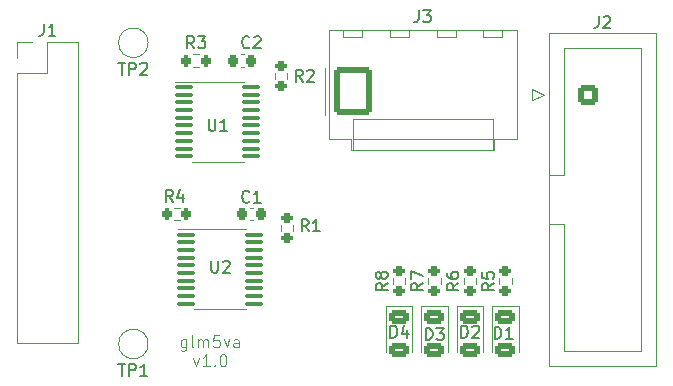
<source format=gto>
G04 #@! TF.GenerationSoftware,KiCad,Pcbnew,8.0.8-8.0.8-0~ubuntu22.04.1*
G04 #@! TF.CreationDate,2025-01-23T22:17:41+01:00*
G04 #@! TF.ProjectId,glm5va,676c6d35-7661-42e6-9b69-6361645f7063,v1.0*
G04 #@! TF.SameCoordinates,Original*
G04 #@! TF.FileFunction,Legend,Top*
G04 #@! TF.FilePolarity,Positive*
%FSLAX46Y46*%
G04 Gerber Fmt 4.6, Leading zero omitted, Abs format (unit mm)*
G04 Created by KiCad (PCBNEW 8.0.8-8.0.8-0~ubuntu22.04.1) date 2025-01-23 22:17:41*
%MOMM*%
%LPD*%
G01*
G04 APERTURE LIST*
G04 Aperture macros list*
%AMRoundRect*
0 Rectangle with rounded corners*
0 $1 Rounding radius*
0 $2 $3 $4 $5 $6 $7 $8 $9 X,Y pos of 4 corners*
0 Add a 4 corners polygon primitive as box body*
4,1,4,$2,$3,$4,$5,$6,$7,$8,$9,$2,$3,0*
0 Add four circle primitives for the rounded corners*
1,1,$1+$1,$2,$3*
1,1,$1+$1,$4,$5*
1,1,$1+$1,$6,$7*
1,1,$1+$1,$8,$9*
0 Add four rect primitives between the rounded corners*
20,1,$1+$1,$2,$3,$4,$5,0*
20,1,$1+$1,$4,$5,$6,$7,0*
20,1,$1+$1,$6,$7,$8,$9,0*
20,1,$1+$1,$8,$9,$2,$3,0*%
G04 Aperture macros list end*
%ADD10C,0.100000*%
%ADD11C,0.150000*%
%ADD12C,0.120000*%
%ADD13RoundRect,0.250000X-0.600000X-0.600000X0.600000X-0.600000X0.600000X0.600000X-0.600000X0.600000X0*%
%ADD14C,1.700000*%
%ADD15R,1.700000X1.700000*%
%ADD16O,1.700000X1.700000*%
%ADD17RoundRect,0.225000X-0.225000X-0.250000X0.225000X-0.250000X0.225000X0.250000X-0.225000X0.250000X0*%
%ADD18RoundRect,0.200000X0.200000X0.275000X-0.200000X0.275000X-0.200000X-0.275000X0.200000X-0.275000X0*%
%ADD19RoundRect,0.250000X-0.625000X0.375000X-0.625000X-0.375000X0.625000X-0.375000X0.625000X0.375000X0*%
%ADD20RoundRect,0.200000X0.275000X-0.200000X0.275000X0.200000X-0.275000X0.200000X-0.275000X-0.200000X0*%
%ADD21C,2.000000*%
%ADD22RoundRect,0.100000X-0.637500X-0.100000X0.637500X-0.100000X0.637500X0.100000X-0.637500X0.100000X0*%
%ADD23RoundRect,0.250000X-1.330000X-1.800000X1.330000X-1.800000X1.330000X1.800000X-1.330000X1.800000X0*%
%ADD24O,3.160000X4.100000*%
G04 APERTURE END LIST*
D10*
X132976190Y-97595808D02*
X132976190Y-98405332D01*
X132976190Y-98405332D02*
X132928571Y-98500570D01*
X132928571Y-98500570D02*
X132880952Y-98548189D01*
X132880952Y-98548189D02*
X132785714Y-98595808D01*
X132785714Y-98595808D02*
X132642857Y-98595808D01*
X132642857Y-98595808D02*
X132547619Y-98548189D01*
X132976190Y-98214856D02*
X132880952Y-98262475D01*
X132880952Y-98262475D02*
X132690476Y-98262475D01*
X132690476Y-98262475D02*
X132595238Y-98214856D01*
X132595238Y-98214856D02*
X132547619Y-98167236D01*
X132547619Y-98167236D02*
X132500000Y-98071998D01*
X132500000Y-98071998D02*
X132500000Y-97786284D01*
X132500000Y-97786284D02*
X132547619Y-97691046D01*
X132547619Y-97691046D02*
X132595238Y-97643427D01*
X132595238Y-97643427D02*
X132690476Y-97595808D01*
X132690476Y-97595808D02*
X132880952Y-97595808D01*
X132880952Y-97595808D02*
X132976190Y-97643427D01*
X133595238Y-98262475D02*
X133500000Y-98214856D01*
X133500000Y-98214856D02*
X133452381Y-98119617D01*
X133452381Y-98119617D02*
X133452381Y-97262475D01*
X133976191Y-98262475D02*
X133976191Y-97595808D01*
X133976191Y-97691046D02*
X134023810Y-97643427D01*
X134023810Y-97643427D02*
X134119048Y-97595808D01*
X134119048Y-97595808D02*
X134261905Y-97595808D01*
X134261905Y-97595808D02*
X134357143Y-97643427D01*
X134357143Y-97643427D02*
X134404762Y-97738665D01*
X134404762Y-97738665D02*
X134404762Y-98262475D01*
X134404762Y-97738665D02*
X134452381Y-97643427D01*
X134452381Y-97643427D02*
X134547619Y-97595808D01*
X134547619Y-97595808D02*
X134690476Y-97595808D01*
X134690476Y-97595808D02*
X134785715Y-97643427D01*
X134785715Y-97643427D02*
X134833334Y-97738665D01*
X134833334Y-97738665D02*
X134833334Y-98262475D01*
X135785714Y-97262475D02*
X135309524Y-97262475D01*
X135309524Y-97262475D02*
X135261905Y-97738665D01*
X135261905Y-97738665D02*
X135309524Y-97691046D01*
X135309524Y-97691046D02*
X135404762Y-97643427D01*
X135404762Y-97643427D02*
X135642857Y-97643427D01*
X135642857Y-97643427D02*
X135738095Y-97691046D01*
X135738095Y-97691046D02*
X135785714Y-97738665D01*
X135785714Y-97738665D02*
X135833333Y-97833903D01*
X135833333Y-97833903D02*
X135833333Y-98071998D01*
X135833333Y-98071998D02*
X135785714Y-98167236D01*
X135785714Y-98167236D02*
X135738095Y-98214856D01*
X135738095Y-98214856D02*
X135642857Y-98262475D01*
X135642857Y-98262475D02*
X135404762Y-98262475D01*
X135404762Y-98262475D02*
X135309524Y-98214856D01*
X135309524Y-98214856D02*
X135261905Y-98167236D01*
X136166667Y-97595808D02*
X136404762Y-98262475D01*
X136404762Y-98262475D02*
X136642857Y-97595808D01*
X137452381Y-98262475D02*
X137452381Y-97738665D01*
X137452381Y-97738665D02*
X137404762Y-97643427D01*
X137404762Y-97643427D02*
X137309524Y-97595808D01*
X137309524Y-97595808D02*
X137119048Y-97595808D01*
X137119048Y-97595808D02*
X137023810Y-97643427D01*
X137452381Y-98214856D02*
X137357143Y-98262475D01*
X137357143Y-98262475D02*
X137119048Y-98262475D01*
X137119048Y-98262475D02*
X137023810Y-98214856D01*
X137023810Y-98214856D02*
X136976191Y-98119617D01*
X136976191Y-98119617D02*
X136976191Y-98024379D01*
X136976191Y-98024379D02*
X137023810Y-97929141D01*
X137023810Y-97929141D02*
X137119048Y-97881522D01*
X137119048Y-97881522D02*
X137357143Y-97881522D01*
X137357143Y-97881522D02*
X137452381Y-97833903D01*
X133571429Y-99205752D02*
X133809524Y-99872419D01*
X133809524Y-99872419D02*
X134047619Y-99205752D01*
X134952381Y-99872419D02*
X134380953Y-99872419D01*
X134666667Y-99872419D02*
X134666667Y-98872419D01*
X134666667Y-98872419D02*
X134571429Y-99015276D01*
X134571429Y-99015276D02*
X134476191Y-99110514D01*
X134476191Y-99110514D02*
X134380953Y-99158133D01*
X135380953Y-99777180D02*
X135428572Y-99824800D01*
X135428572Y-99824800D02*
X135380953Y-99872419D01*
X135380953Y-99872419D02*
X135333334Y-99824800D01*
X135333334Y-99824800D02*
X135380953Y-99777180D01*
X135380953Y-99777180D02*
X135380953Y-99872419D01*
X136047619Y-98872419D02*
X136142857Y-98872419D01*
X136142857Y-98872419D02*
X136238095Y-98920038D01*
X136238095Y-98920038D02*
X136285714Y-98967657D01*
X136285714Y-98967657D02*
X136333333Y-99062895D01*
X136333333Y-99062895D02*
X136380952Y-99253371D01*
X136380952Y-99253371D02*
X136380952Y-99491466D01*
X136380952Y-99491466D02*
X136333333Y-99681942D01*
X136333333Y-99681942D02*
X136285714Y-99777180D01*
X136285714Y-99777180D02*
X136238095Y-99824800D01*
X136238095Y-99824800D02*
X136142857Y-99872419D01*
X136142857Y-99872419D02*
X136047619Y-99872419D01*
X136047619Y-99872419D02*
X135952381Y-99824800D01*
X135952381Y-99824800D02*
X135904762Y-99777180D01*
X135904762Y-99777180D02*
X135857143Y-99681942D01*
X135857143Y-99681942D02*
X135809524Y-99491466D01*
X135809524Y-99491466D02*
X135809524Y-99253371D01*
X135809524Y-99253371D02*
X135857143Y-99062895D01*
X135857143Y-99062895D02*
X135904762Y-98967657D01*
X135904762Y-98967657D02*
X135952381Y-98920038D01*
X135952381Y-98920038D02*
X136047619Y-98872419D01*
D11*
X167896666Y-70234819D02*
X167896666Y-70949104D01*
X167896666Y-70949104D02*
X167849047Y-71091961D01*
X167849047Y-71091961D02*
X167753809Y-71187200D01*
X167753809Y-71187200D02*
X167610952Y-71234819D01*
X167610952Y-71234819D02*
X167515714Y-71234819D01*
X168325238Y-70330057D02*
X168372857Y-70282438D01*
X168372857Y-70282438D02*
X168468095Y-70234819D01*
X168468095Y-70234819D02*
X168706190Y-70234819D01*
X168706190Y-70234819D02*
X168801428Y-70282438D01*
X168801428Y-70282438D02*
X168849047Y-70330057D01*
X168849047Y-70330057D02*
X168896666Y-70425295D01*
X168896666Y-70425295D02*
X168896666Y-70520533D01*
X168896666Y-70520533D02*
X168849047Y-70663390D01*
X168849047Y-70663390D02*
X168277619Y-71234819D01*
X168277619Y-71234819D02*
X168896666Y-71234819D01*
X120896666Y-70884819D02*
X120896666Y-71599104D01*
X120896666Y-71599104D02*
X120849047Y-71741961D01*
X120849047Y-71741961D02*
X120753809Y-71837200D01*
X120753809Y-71837200D02*
X120610952Y-71884819D01*
X120610952Y-71884819D02*
X120515714Y-71884819D01*
X121896666Y-71884819D02*
X121325238Y-71884819D01*
X121610952Y-71884819D02*
X121610952Y-70884819D01*
X121610952Y-70884819D02*
X121515714Y-71027676D01*
X121515714Y-71027676D02*
X121420476Y-71122914D01*
X121420476Y-71122914D02*
X121325238Y-71170533D01*
X138333333Y-85929580D02*
X138285714Y-85977200D01*
X138285714Y-85977200D02*
X138142857Y-86024819D01*
X138142857Y-86024819D02*
X138047619Y-86024819D01*
X138047619Y-86024819D02*
X137904762Y-85977200D01*
X137904762Y-85977200D02*
X137809524Y-85881961D01*
X137809524Y-85881961D02*
X137761905Y-85786723D01*
X137761905Y-85786723D02*
X137714286Y-85596247D01*
X137714286Y-85596247D02*
X137714286Y-85453390D01*
X137714286Y-85453390D02*
X137761905Y-85262914D01*
X137761905Y-85262914D02*
X137809524Y-85167676D01*
X137809524Y-85167676D02*
X137904762Y-85072438D01*
X137904762Y-85072438D02*
X138047619Y-85024819D01*
X138047619Y-85024819D02*
X138142857Y-85024819D01*
X138142857Y-85024819D02*
X138285714Y-85072438D01*
X138285714Y-85072438D02*
X138333333Y-85120057D01*
X139285714Y-86024819D02*
X138714286Y-86024819D01*
X139000000Y-86024819D02*
X139000000Y-85024819D01*
X139000000Y-85024819D02*
X138904762Y-85167676D01*
X138904762Y-85167676D02*
X138809524Y-85262914D01*
X138809524Y-85262914D02*
X138714286Y-85310533D01*
X133658333Y-72954819D02*
X133325000Y-72478628D01*
X133086905Y-72954819D02*
X133086905Y-71954819D01*
X133086905Y-71954819D02*
X133467857Y-71954819D01*
X133467857Y-71954819D02*
X133563095Y-72002438D01*
X133563095Y-72002438D02*
X133610714Y-72050057D01*
X133610714Y-72050057D02*
X133658333Y-72145295D01*
X133658333Y-72145295D02*
X133658333Y-72288152D01*
X133658333Y-72288152D02*
X133610714Y-72383390D01*
X133610714Y-72383390D02*
X133563095Y-72431009D01*
X133563095Y-72431009D02*
X133467857Y-72478628D01*
X133467857Y-72478628D02*
X133086905Y-72478628D01*
X133991667Y-71954819D02*
X134610714Y-71954819D01*
X134610714Y-71954819D02*
X134277381Y-72335771D01*
X134277381Y-72335771D02*
X134420238Y-72335771D01*
X134420238Y-72335771D02*
X134515476Y-72383390D01*
X134515476Y-72383390D02*
X134563095Y-72431009D01*
X134563095Y-72431009D02*
X134610714Y-72526247D01*
X134610714Y-72526247D02*
X134610714Y-72764342D01*
X134610714Y-72764342D02*
X134563095Y-72859580D01*
X134563095Y-72859580D02*
X134515476Y-72907200D01*
X134515476Y-72907200D02*
X134420238Y-72954819D01*
X134420238Y-72954819D02*
X134134524Y-72954819D01*
X134134524Y-72954819D02*
X134039286Y-72907200D01*
X134039286Y-72907200D02*
X133991667Y-72859580D01*
X156261905Y-97454819D02*
X156261905Y-96454819D01*
X156261905Y-96454819D02*
X156500000Y-96454819D01*
X156500000Y-96454819D02*
X156642857Y-96502438D01*
X156642857Y-96502438D02*
X156738095Y-96597676D01*
X156738095Y-96597676D02*
X156785714Y-96692914D01*
X156785714Y-96692914D02*
X156833333Y-96883390D01*
X156833333Y-96883390D02*
X156833333Y-97026247D01*
X156833333Y-97026247D02*
X156785714Y-97216723D01*
X156785714Y-97216723D02*
X156738095Y-97311961D01*
X156738095Y-97311961D02*
X156642857Y-97407200D01*
X156642857Y-97407200D02*
X156500000Y-97454819D01*
X156500000Y-97454819D02*
X156261905Y-97454819D01*
X157214286Y-96550057D02*
X157261905Y-96502438D01*
X157261905Y-96502438D02*
X157357143Y-96454819D01*
X157357143Y-96454819D02*
X157595238Y-96454819D01*
X157595238Y-96454819D02*
X157690476Y-96502438D01*
X157690476Y-96502438D02*
X157738095Y-96550057D01*
X157738095Y-96550057D02*
X157785714Y-96645295D01*
X157785714Y-96645295D02*
X157785714Y-96740533D01*
X157785714Y-96740533D02*
X157738095Y-96883390D01*
X157738095Y-96883390D02*
X157166667Y-97454819D01*
X157166667Y-97454819D02*
X157785714Y-97454819D01*
X150261905Y-97454819D02*
X150261905Y-96454819D01*
X150261905Y-96454819D02*
X150500000Y-96454819D01*
X150500000Y-96454819D02*
X150642857Y-96502438D01*
X150642857Y-96502438D02*
X150738095Y-96597676D01*
X150738095Y-96597676D02*
X150785714Y-96692914D01*
X150785714Y-96692914D02*
X150833333Y-96883390D01*
X150833333Y-96883390D02*
X150833333Y-97026247D01*
X150833333Y-97026247D02*
X150785714Y-97216723D01*
X150785714Y-97216723D02*
X150738095Y-97311961D01*
X150738095Y-97311961D02*
X150642857Y-97407200D01*
X150642857Y-97407200D02*
X150500000Y-97454819D01*
X150500000Y-97454819D02*
X150261905Y-97454819D01*
X151690476Y-96788152D02*
X151690476Y-97454819D01*
X151452381Y-96407200D02*
X151214286Y-97121485D01*
X151214286Y-97121485D02*
X151833333Y-97121485D01*
X131833333Y-85954819D02*
X131500000Y-85478628D01*
X131261905Y-85954819D02*
X131261905Y-84954819D01*
X131261905Y-84954819D02*
X131642857Y-84954819D01*
X131642857Y-84954819D02*
X131738095Y-85002438D01*
X131738095Y-85002438D02*
X131785714Y-85050057D01*
X131785714Y-85050057D02*
X131833333Y-85145295D01*
X131833333Y-85145295D02*
X131833333Y-85288152D01*
X131833333Y-85288152D02*
X131785714Y-85383390D01*
X131785714Y-85383390D02*
X131738095Y-85431009D01*
X131738095Y-85431009D02*
X131642857Y-85478628D01*
X131642857Y-85478628D02*
X131261905Y-85478628D01*
X132690476Y-85288152D02*
X132690476Y-85954819D01*
X132452381Y-84907200D02*
X132214286Y-85621485D01*
X132214286Y-85621485D02*
X132833333Y-85621485D01*
X143333333Y-88454819D02*
X143000000Y-87978628D01*
X142761905Y-88454819D02*
X142761905Y-87454819D01*
X142761905Y-87454819D02*
X143142857Y-87454819D01*
X143142857Y-87454819D02*
X143238095Y-87502438D01*
X143238095Y-87502438D02*
X143285714Y-87550057D01*
X143285714Y-87550057D02*
X143333333Y-87645295D01*
X143333333Y-87645295D02*
X143333333Y-87788152D01*
X143333333Y-87788152D02*
X143285714Y-87883390D01*
X143285714Y-87883390D02*
X143238095Y-87931009D01*
X143238095Y-87931009D02*
X143142857Y-87978628D01*
X143142857Y-87978628D02*
X142761905Y-87978628D01*
X144285714Y-88454819D02*
X143714286Y-88454819D01*
X144000000Y-88454819D02*
X144000000Y-87454819D01*
X144000000Y-87454819D02*
X143904762Y-87597676D01*
X143904762Y-87597676D02*
X143809524Y-87692914D01*
X143809524Y-87692914D02*
X143714286Y-87740533D01*
X153024819Y-92841666D02*
X152548628Y-93174999D01*
X153024819Y-93413094D02*
X152024819Y-93413094D01*
X152024819Y-93413094D02*
X152024819Y-93032142D01*
X152024819Y-93032142D02*
X152072438Y-92936904D01*
X152072438Y-92936904D02*
X152120057Y-92889285D01*
X152120057Y-92889285D02*
X152215295Y-92841666D01*
X152215295Y-92841666D02*
X152358152Y-92841666D01*
X152358152Y-92841666D02*
X152453390Y-92889285D01*
X152453390Y-92889285D02*
X152501009Y-92936904D01*
X152501009Y-92936904D02*
X152548628Y-93032142D01*
X152548628Y-93032142D02*
X152548628Y-93413094D01*
X152024819Y-92508332D02*
X152024819Y-91841666D01*
X152024819Y-91841666D02*
X153024819Y-92270237D01*
X127238095Y-74204819D02*
X127809523Y-74204819D01*
X127523809Y-75204819D02*
X127523809Y-74204819D01*
X128142857Y-75204819D02*
X128142857Y-74204819D01*
X128142857Y-74204819D02*
X128523809Y-74204819D01*
X128523809Y-74204819D02*
X128619047Y-74252438D01*
X128619047Y-74252438D02*
X128666666Y-74300057D01*
X128666666Y-74300057D02*
X128714285Y-74395295D01*
X128714285Y-74395295D02*
X128714285Y-74538152D01*
X128714285Y-74538152D02*
X128666666Y-74633390D01*
X128666666Y-74633390D02*
X128619047Y-74681009D01*
X128619047Y-74681009D02*
X128523809Y-74728628D01*
X128523809Y-74728628D02*
X128142857Y-74728628D01*
X129095238Y-74300057D02*
X129142857Y-74252438D01*
X129142857Y-74252438D02*
X129238095Y-74204819D01*
X129238095Y-74204819D02*
X129476190Y-74204819D01*
X129476190Y-74204819D02*
X129571428Y-74252438D01*
X129571428Y-74252438D02*
X129619047Y-74300057D01*
X129619047Y-74300057D02*
X129666666Y-74395295D01*
X129666666Y-74395295D02*
X129666666Y-74490533D01*
X129666666Y-74490533D02*
X129619047Y-74633390D01*
X129619047Y-74633390D02*
X129047619Y-75204819D01*
X129047619Y-75204819D02*
X129666666Y-75204819D01*
X150024819Y-92841666D02*
X149548628Y-93174999D01*
X150024819Y-93413094D02*
X149024819Y-93413094D01*
X149024819Y-93413094D02*
X149024819Y-93032142D01*
X149024819Y-93032142D02*
X149072438Y-92936904D01*
X149072438Y-92936904D02*
X149120057Y-92889285D01*
X149120057Y-92889285D02*
X149215295Y-92841666D01*
X149215295Y-92841666D02*
X149358152Y-92841666D01*
X149358152Y-92841666D02*
X149453390Y-92889285D01*
X149453390Y-92889285D02*
X149501009Y-92936904D01*
X149501009Y-92936904D02*
X149548628Y-93032142D01*
X149548628Y-93032142D02*
X149548628Y-93413094D01*
X149453390Y-92270237D02*
X149405771Y-92365475D01*
X149405771Y-92365475D02*
X149358152Y-92413094D01*
X149358152Y-92413094D02*
X149262914Y-92460713D01*
X149262914Y-92460713D02*
X149215295Y-92460713D01*
X149215295Y-92460713D02*
X149120057Y-92413094D01*
X149120057Y-92413094D02*
X149072438Y-92365475D01*
X149072438Y-92365475D02*
X149024819Y-92270237D01*
X149024819Y-92270237D02*
X149024819Y-92079761D01*
X149024819Y-92079761D02*
X149072438Y-91984523D01*
X149072438Y-91984523D02*
X149120057Y-91936904D01*
X149120057Y-91936904D02*
X149215295Y-91889285D01*
X149215295Y-91889285D02*
X149262914Y-91889285D01*
X149262914Y-91889285D02*
X149358152Y-91936904D01*
X149358152Y-91936904D02*
X149405771Y-91984523D01*
X149405771Y-91984523D02*
X149453390Y-92079761D01*
X149453390Y-92079761D02*
X149453390Y-92270237D01*
X149453390Y-92270237D02*
X149501009Y-92365475D01*
X149501009Y-92365475D02*
X149548628Y-92413094D01*
X149548628Y-92413094D02*
X149643866Y-92460713D01*
X149643866Y-92460713D02*
X149834342Y-92460713D01*
X149834342Y-92460713D02*
X149929580Y-92413094D01*
X149929580Y-92413094D02*
X149977200Y-92365475D01*
X149977200Y-92365475D02*
X150024819Y-92270237D01*
X150024819Y-92270237D02*
X150024819Y-92079761D01*
X150024819Y-92079761D02*
X149977200Y-91984523D01*
X149977200Y-91984523D02*
X149929580Y-91936904D01*
X149929580Y-91936904D02*
X149834342Y-91889285D01*
X149834342Y-91889285D02*
X149643866Y-91889285D01*
X149643866Y-91889285D02*
X149548628Y-91936904D01*
X149548628Y-91936904D02*
X149501009Y-91984523D01*
X149501009Y-91984523D02*
X149453390Y-92079761D01*
X159024819Y-92841666D02*
X158548628Y-93174999D01*
X159024819Y-93413094D02*
X158024819Y-93413094D01*
X158024819Y-93413094D02*
X158024819Y-93032142D01*
X158024819Y-93032142D02*
X158072438Y-92936904D01*
X158072438Y-92936904D02*
X158120057Y-92889285D01*
X158120057Y-92889285D02*
X158215295Y-92841666D01*
X158215295Y-92841666D02*
X158358152Y-92841666D01*
X158358152Y-92841666D02*
X158453390Y-92889285D01*
X158453390Y-92889285D02*
X158501009Y-92936904D01*
X158501009Y-92936904D02*
X158548628Y-93032142D01*
X158548628Y-93032142D02*
X158548628Y-93413094D01*
X158024819Y-91936904D02*
X158024819Y-92413094D01*
X158024819Y-92413094D02*
X158501009Y-92460713D01*
X158501009Y-92460713D02*
X158453390Y-92413094D01*
X158453390Y-92413094D02*
X158405771Y-92317856D01*
X158405771Y-92317856D02*
X158405771Y-92079761D01*
X158405771Y-92079761D02*
X158453390Y-91984523D01*
X158453390Y-91984523D02*
X158501009Y-91936904D01*
X158501009Y-91936904D02*
X158596247Y-91889285D01*
X158596247Y-91889285D02*
X158834342Y-91889285D01*
X158834342Y-91889285D02*
X158929580Y-91936904D01*
X158929580Y-91936904D02*
X158977200Y-91984523D01*
X158977200Y-91984523D02*
X159024819Y-92079761D01*
X159024819Y-92079761D02*
X159024819Y-92317856D01*
X159024819Y-92317856D02*
X158977200Y-92413094D01*
X158977200Y-92413094D02*
X158929580Y-92460713D01*
X135100595Y-90954819D02*
X135100595Y-91764342D01*
X135100595Y-91764342D02*
X135148214Y-91859580D01*
X135148214Y-91859580D02*
X135195833Y-91907200D01*
X135195833Y-91907200D02*
X135291071Y-91954819D01*
X135291071Y-91954819D02*
X135481547Y-91954819D01*
X135481547Y-91954819D02*
X135576785Y-91907200D01*
X135576785Y-91907200D02*
X135624404Y-91859580D01*
X135624404Y-91859580D02*
X135672023Y-91764342D01*
X135672023Y-91764342D02*
X135672023Y-90954819D01*
X136100595Y-91050057D02*
X136148214Y-91002438D01*
X136148214Y-91002438D02*
X136243452Y-90954819D01*
X136243452Y-90954819D02*
X136481547Y-90954819D01*
X136481547Y-90954819D02*
X136576785Y-91002438D01*
X136576785Y-91002438D02*
X136624404Y-91050057D01*
X136624404Y-91050057D02*
X136672023Y-91145295D01*
X136672023Y-91145295D02*
X136672023Y-91240533D01*
X136672023Y-91240533D02*
X136624404Y-91383390D01*
X136624404Y-91383390D02*
X136052976Y-91954819D01*
X136052976Y-91954819D02*
X136672023Y-91954819D01*
X152666666Y-69749819D02*
X152666666Y-70464104D01*
X152666666Y-70464104D02*
X152619047Y-70606961D01*
X152619047Y-70606961D02*
X152523809Y-70702200D01*
X152523809Y-70702200D02*
X152380952Y-70749819D01*
X152380952Y-70749819D02*
X152285714Y-70749819D01*
X153047619Y-69749819D02*
X153666666Y-69749819D01*
X153666666Y-69749819D02*
X153333333Y-70130771D01*
X153333333Y-70130771D02*
X153476190Y-70130771D01*
X153476190Y-70130771D02*
X153571428Y-70178390D01*
X153571428Y-70178390D02*
X153619047Y-70226009D01*
X153619047Y-70226009D02*
X153666666Y-70321247D01*
X153666666Y-70321247D02*
X153666666Y-70559342D01*
X153666666Y-70559342D02*
X153619047Y-70654580D01*
X153619047Y-70654580D02*
X153571428Y-70702200D01*
X153571428Y-70702200D02*
X153476190Y-70749819D01*
X153476190Y-70749819D02*
X153190476Y-70749819D01*
X153190476Y-70749819D02*
X153095238Y-70702200D01*
X153095238Y-70702200D02*
X153047619Y-70654580D01*
X127238095Y-99704819D02*
X127809523Y-99704819D01*
X127523809Y-100704819D02*
X127523809Y-99704819D01*
X128142857Y-100704819D02*
X128142857Y-99704819D01*
X128142857Y-99704819D02*
X128523809Y-99704819D01*
X128523809Y-99704819D02*
X128619047Y-99752438D01*
X128619047Y-99752438D02*
X128666666Y-99800057D01*
X128666666Y-99800057D02*
X128714285Y-99895295D01*
X128714285Y-99895295D02*
X128714285Y-100038152D01*
X128714285Y-100038152D02*
X128666666Y-100133390D01*
X128666666Y-100133390D02*
X128619047Y-100181009D01*
X128619047Y-100181009D02*
X128523809Y-100228628D01*
X128523809Y-100228628D02*
X128142857Y-100228628D01*
X129666666Y-100704819D02*
X129095238Y-100704819D01*
X129380952Y-100704819D02*
X129380952Y-99704819D01*
X129380952Y-99704819D02*
X129285714Y-99847676D01*
X129285714Y-99847676D02*
X129190476Y-99942914D01*
X129190476Y-99942914D02*
X129095238Y-99990533D01*
X159091905Y-97554819D02*
X159091905Y-96554819D01*
X159091905Y-96554819D02*
X159330000Y-96554819D01*
X159330000Y-96554819D02*
X159472857Y-96602438D01*
X159472857Y-96602438D02*
X159568095Y-96697676D01*
X159568095Y-96697676D02*
X159615714Y-96792914D01*
X159615714Y-96792914D02*
X159663333Y-96983390D01*
X159663333Y-96983390D02*
X159663333Y-97126247D01*
X159663333Y-97126247D02*
X159615714Y-97316723D01*
X159615714Y-97316723D02*
X159568095Y-97411961D01*
X159568095Y-97411961D02*
X159472857Y-97507200D01*
X159472857Y-97507200D02*
X159330000Y-97554819D01*
X159330000Y-97554819D02*
X159091905Y-97554819D01*
X160615714Y-97554819D02*
X160044286Y-97554819D01*
X160330000Y-97554819D02*
X160330000Y-96554819D01*
X160330000Y-96554819D02*
X160234762Y-96697676D01*
X160234762Y-96697676D02*
X160139524Y-96792914D01*
X160139524Y-96792914D02*
X160044286Y-96840533D01*
X142833333Y-75779819D02*
X142500000Y-75303628D01*
X142261905Y-75779819D02*
X142261905Y-74779819D01*
X142261905Y-74779819D02*
X142642857Y-74779819D01*
X142642857Y-74779819D02*
X142738095Y-74827438D01*
X142738095Y-74827438D02*
X142785714Y-74875057D01*
X142785714Y-74875057D02*
X142833333Y-74970295D01*
X142833333Y-74970295D02*
X142833333Y-75113152D01*
X142833333Y-75113152D02*
X142785714Y-75208390D01*
X142785714Y-75208390D02*
X142738095Y-75256009D01*
X142738095Y-75256009D02*
X142642857Y-75303628D01*
X142642857Y-75303628D02*
X142261905Y-75303628D01*
X143214286Y-74875057D02*
X143261905Y-74827438D01*
X143261905Y-74827438D02*
X143357143Y-74779819D01*
X143357143Y-74779819D02*
X143595238Y-74779819D01*
X143595238Y-74779819D02*
X143690476Y-74827438D01*
X143690476Y-74827438D02*
X143738095Y-74875057D01*
X143738095Y-74875057D02*
X143785714Y-74970295D01*
X143785714Y-74970295D02*
X143785714Y-75065533D01*
X143785714Y-75065533D02*
X143738095Y-75208390D01*
X143738095Y-75208390D02*
X143166667Y-75779819D01*
X143166667Y-75779819D02*
X143785714Y-75779819D01*
X156024819Y-92841666D02*
X155548628Y-93174999D01*
X156024819Y-93413094D02*
X155024819Y-93413094D01*
X155024819Y-93413094D02*
X155024819Y-93032142D01*
X155024819Y-93032142D02*
X155072438Y-92936904D01*
X155072438Y-92936904D02*
X155120057Y-92889285D01*
X155120057Y-92889285D02*
X155215295Y-92841666D01*
X155215295Y-92841666D02*
X155358152Y-92841666D01*
X155358152Y-92841666D02*
X155453390Y-92889285D01*
X155453390Y-92889285D02*
X155501009Y-92936904D01*
X155501009Y-92936904D02*
X155548628Y-93032142D01*
X155548628Y-93032142D02*
X155548628Y-93413094D01*
X155024819Y-91984523D02*
X155024819Y-92174999D01*
X155024819Y-92174999D02*
X155072438Y-92270237D01*
X155072438Y-92270237D02*
X155120057Y-92317856D01*
X155120057Y-92317856D02*
X155262914Y-92413094D01*
X155262914Y-92413094D02*
X155453390Y-92460713D01*
X155453390Y-92460713D02*
X155834342Y-92460713D01*
X155834342Y-92460713D02*
X155929580Y-92413094D01*
X155929580Y-92413094D02*
X155977200Y-92365475D01*
X155977200Y-92365475D02*
X156024819Y-92270237D01*
X156024819Y-92270237D02*
X156024819Y-92079761D01*
X156024819Y-92079761D02*
X155977200Y-91984523D01*
X155977200Y-91984523D02*
X155929580Y-91936904D01*
X155929580Y-91936904D02*
X155834342Y-91889285D01*
X155834342Y-91889285D02*
X155596247Y-91889285D01*
X155596247Y-91889285D02*
X155501009Y-91936904D01*
X155501009Y-91936904D02*
X155453390Y-91984523D01*
X155453390Y-91984523D02*
X155405771Y-92079761D01*
X155405771Y-92079761D02*
X155405771Y-92270237D01*
X155405771Y-92270237D02*
X155453390Y-92365475D01*
X155453390Y-92365475D02*
X155501009Y-92413094D01*
X155501009Y-92413094D02*
X155596247Y-92460713D01*
X134875595Y-78954819D02*
X134875595Y-79764342D01*
X134875595Y-79764342D02*
X134923214Y-79859580D01*
X134923214Y-79859580D02*
X134970833Y-79907200D01*
X134970833Y-79907200D02*
X135066071Y-79954819D01*
X135066071Y-79954819D02*
X135256547Y-79954819D01*
X135256547Y-79954819D02*
X135351785Y-79907200D01*
X135351785Y-79907200D02*
X135399404Y-79859580D01*
X135399404Y-79859580D02*
X135447023Y-79764342D01*
X135447023Y-79764342D02*
X135447023Y-78954819D01*
X136447023Y-79954819D02*
X135875595Y-79954819D01*
X136161309Y-79954819D02*
X136161309Y-78954819D01*
X136161309Y-78954819D02*
X136066071Y-79097676D01*
X136066071Y-79097676D02*
X135970833Y-79192914D01*
X135970833Y-79192914D02*
X135875595Y-79240533D01*
X153261905Y-97654819D02*
X153261905Y-96654819D01*
X153261905Y-96654819D02*
X153500000Y-96654819D01*
X153500000Y-96654819D02*
X153642857Y-96702438D01*
X153642857Y-96702438D02*
X153738095Y-96797676D01*
X153738095Y-96797676D02*
X153785714Y-96892914D01*
X153785714Y-96892914D02*
X153833333Y-97083390D01*
X153833333Y-97083390D02*
X153833333Y-97226247D01*
X153833333Y-97226247D02*
X153785714Y-97416723D01*
X153785714Y-97416723D02*
X153738095Y-97511961D01*
X153738095Y-97511961D02*
X153642857Y-97607200D01*
X153642857Y-97607200D02*
X153500000Y-97654819D01*
X153500000Y-97654819D02*
X153261905Y-97654819D01*
X154166667Y-96654819D02*
X154785714Y-96654819D01*
X154785714Y-96654819D02*
X154452381Y-97035771D01*
X154452381Y-97035771D02*
X154595238Y-97035771D01*
X154595238Y-97035771D02*
X154690476Y-97083390D01*
X154690476Y-97083390D02*
X154738095Y-97131009D01*
X154738095Y-97131009D02*
X154785714Y-97226247D01*
X154785714Y-97226247D02*
X154785714Y-97464342D01*
X154785714Y-97464342D02*
X154738095Y-97559580D01*
X154738095Y-97559580D02*
X154690476Y-97607200D01*
X154690476Y-97607200D02*
X154595238Y-97654819D01*
X154595238Y-97654819D02*
X154309524Y-97654819D01*
X154309524Y-97654819D02*
X154214286Y-97607200D01*
X154214286Y-97607200D02*
X154166667Y-97559580D01*
X138333333Y-72859580D02*
X138285714Y-72907200D01*
X138285714Y-72907200D02*
X138142857Y-72954819D01*
X138142857Y-72954819D02*
X138047619Y-72954819D01*
X138047619Y-72954819D02*
X137904762Y-72907200D01*
X137904762Y-72907200D02*
X137809524Y-72811961D01*
X137809524Y-72811961D02*
X137761905Y-72716723D01*
X137761905Y-72716723D02*
X137714286Y-72526247D01*
X137714286Y-72526247D02*
X137714286Y-72383390D01*
X137714286Y-72383390D02*
X137761905Y-72192914D01*
X137761905Y-72192914D02*
X137809524Y-72097676D01*
X137809524Y-72097676D02*
X137904762Y-72002438D01*
X137904762Y-72002438D02*
X138047619Y-71954819D01*
X138047619Y-71954819D02*
X138142857Y-71954819D01*
X138142857Y-71954819D02*
X138285714Y-72002438D01*
X138285714Y-72002438D02*
X138333333Y-72050057D01*
X138714286Y-72050057D02*
X138761905Y-72002438D01*
X138761905Y-72002438D02*
X138857143Y-71954819D01*
X138857143Y-71954819D02*
X139095238Y-71954819D01*
X139095238Y-71954819D02*
X139190476Y-72002438D01*
X139190476Y-72002438D02*
X139238095Y-72050057D01*
X139238095Y-72050057D02*
X139285714Y-72145295D01*
X139285714Y-72145295D02*
X139285714Y-72240533D01*
X139285714Y-72240533D02*
X139238095Y-72383390D01*
X139238095Y-72383390D02*
X138666667Y-72954819D01*
X138666667Y-72954819D02*
X139285714Y-72954819D01*
D12*
X162280000Y-76380000D02*
X162280000Y-77380000D01*
X162280000Y-77380000D02*
X163280000Y-76880000D01*
X163280000Y-76880000D02*
X162280000Y-76380000D01*
X163670000Y-71670000D02*
X172790000Y-71670000D01*
X163670000Y-83720000D02*
X164980000Y-83720000D01*
X163670000Y-99870000D02*
X163670000Y-71670000D01*
X164980000Y-72970000D02*
X171480000Y-72970000D01*
X164980000Y-83720000D02*
X164980000Y-72970000D01*
X164980000Y-87820000D02*
X163670000Y-87820000D01*
X164980000Y-87820000D02*
X164980000Y-87820000D01*
X164980000Y-98570000D02*
X164980000Y-87820000D01*
X171480000Y-72970000D02*
X171480000Y-98570000D01*
X171480000Y-98570000D02*
X164980000Y-98570000D01*
X172790000Y-71670000D02*
X172790000Y-99870000D01*
X172790000Y-99870000D02*
X163670000Y-99870000D01*
X118630000Y-72430000D02*
X119960000Y-72430000D01*
X118630000Y-73760000D02*
X118630000Y-72430000D01*
X118630000Y-75030000D02*
X118630000Y-97950000D01*
X118630000Y-75030000D02*
X121230000Y-75030000D01*
X118630000Y-97950000D02*
X123830000Y-97950000D01*
X121230000Y-72430000D02*
X123830000Y-72430000D01*
X121230000Y-75030000D02*
X121230000Y-72430000D01*
X123830000Y-72430000D02*
X123830000Y-97950000D01*
X138359420Y-86490000D02*
X138640580Y-86490000D01*
X138359420Y-87510000D02*
X138640580Y-87510000D01*
X134062258Y-73477500D02*
X133587742Y-73477500D01*
X134062258Y-74522500D02*
X133587742Y-74522500D01*
X155865000Y-94815000D02*
X155865000Y-98700000D01*
X158135000Y-94815000D02*
X155865000Y-94815000D01*
X158135000Y-98700000D02*
X158135000Y-94815000D01*
X149865000Y-94815000D02*
X149865000Y-98700000D01*
X152135000Y-94815000D02*
X149865000Y-94815000D01*
X152135000Y-98700000D02*
X152135000Y-94815000D01*
X132412258Y-86477500D02*
X131937742Y-86477500D01*
X132412258Y-87522500D02*
X131937742Y-87522500D01*
X140977500Y-88412258D02*
X140977500Y-87937742D01*
X142022500Y-88412258D02*
X142022500Y-87937742D01*
X153477500Y-92912258D02*
X153477500Y-92437742D01*
X154522500Y-92912258D02*
X154522500Y-92437742D01*
X129751000Y-72500000D02*
G75*
G02*
X127249000Y-72500000I-1251000J0D01*
G01*
X127249000Y-72500000D02*
G75*
G02*
X129751000Y-72500000I1251000J0D01*
G01*
X150477500Y-92912258D02*
X150477500Y-92437742D01*
X151522500Y-92912258D02*
X151522500Y-92437742D01*
X159477500Y-92912258D02*
X159477500Y-92437742D01*
X160522500Y-92912258D02*
X160522500Y-92437742D01*
X135862500Y-88290000D02*
X132262500Y-88290000D01*
X135862500Y-88290000D02*
X138062500Y-88290000D01*
X135862500Y-95060000D02*
X133662500Y-95060000D01*
X135862500Y-95060000D02*
X138062500Y-95060000D01*
X144750000Y-74605000D02*
X144750000Y-78605000D01*
X145040000Y-71385000D02*
X160960000Y-71385000D01*
X145040000Y-80610000D02*
X145040000Y-71385000D01*
X146260000Y-71385000D02*
X146260000Y-71985000D01*
X146260000Y-71985000D02*
X147860000Y-71985000D01*
X146945000Y-80610000D02*
X145040000Y-80610000D01*
X146945000Y-81615000D02*
X146945000Y-80610000D01*
X147060000Y-78945000D02*
X158940000Y-78945000D01*
X147060000Y-80615000D02*
X147060000Y-78945000D01*
X147060000Y-80615000D02*
X158940000Y-80615000D01*
X147060000Y-81615000D02*
X147060000Y-80615000D01*
X147860000Y-71985000D02*
X147860000Y-71385000D01*
X150220000Y-71385000D02*
X150220000Y-71985000D01*
X150220000Y-71985000D02*
X151820000Y-71985000D01*
X151820000Y-71985000D02*
X151820000Y-71385000D01*
X154180000Y-71385000D02*
X154180000Y-71985000D01*
X154180000Y-71985000D02*
X155780000Y-71985000D01*
X155780000Y-71985000D02*
X155780000Y-71385000D01*
X158140000Y-71385000D02*
X158140000Y-71985000D01*
X158140000Y-71985000D02*
X159740000Y-71985000D01*
X158940000Y-78945000D02*
X158940000Y-80615000D01*
X158940000Y-80615000D02*
X158940000Y-81615000D01*
X159055000Y-80610000D02*
X159055000Y-81615000D01*
X159055000Y-81615000D02*
X146945000Y-81615000D01*
X159740000Y-71985000D02*
X159740000Y-71385000D01*
X160960000Y-71385000D02*
X160960000Y-80610000D01*
X160960000Y-80610000D02*
X159055000Y-80610000D01*
X129751000Y-98000000D02*
G75*
G02*
X127249000Y-98000000I-1251000J0D01*
G01*
X127249000Y-98000000D02*
G75*
G02*
X129751000Y-98000000I1251000J0D01*
G01*
X158865000Y-94815000D02*
X158865000Y-98700000D01*
X161135000Y-94815000D02*
X158865000Y-94815000D01*
X161135000Y-98700000D02*
X161135000Y-94815000D01*
X140477500Y-75562258D02*
X140477500Y-75087742D01*
X141522500Y-75562258D02*
X141522500Y-75087742D01*
X156477500Y-92912258D02*
X156477500Y-92437742D01*
X157522500Y-92912258D02*
X157522500Y-92437742D01*
X135637500Y-75790000D02*
X132037500Y-75790000D01*
X135637500Y-75790000D02*
X137837500Y-75790000D01*
X135637500Y-82560000D02*
X133437500Y-82560000D01*
X135637500Y-82560000D02*
X137837500Y-82560000D01*
X152865000Y-94815000D02*
X152865000Y-98700000D01*
X155135000Y-94815000D02*
X152865000Y-94815000D01*
X155135000Y-98700000D02*
X155135000Y-94815000D01*
X137584420Y-73490000D02*
X137865580Y-73490000D01*
X137584420Y-74510000D02*
X137865580Y-74510000D01*
%LPC*%
D13*
X166960000Y-76880000D03*
D14*
X169500000Y-76880000D03*
X166960000Y-79420000D03*
X169500000Y-79420000D03*
X166960000Y-81960000D03*
X169500000Y-81960000D03*
X166960000Y-84500000D03*
X169500000Y-84500000D03*
X166960000Y-87040000D03*
X169500000Y-87040000D03*
X166960000Y-89580000D03*
X169500000Y-89580000D03*
X166960000Y-92120000D03*
X169500000Y-92120000D03*
X166960000Y-94660000D03*
X169500000Y-94660000D03*
D15*
X119960000Y-73760000D03*
D16*
X122500000Y-73760000D03*
X119960000Y-76300000D03*
X122500000Y-76300000D03*
X119960000Y-78840000D03*
X122500000Y-78840000D03*
X119960000Y-81380000D03*
X122500000Y-81380000D03*
X119960000Y-83920000D03*
X122500000Y-83920000D03*
X119960000Y-86460000D03*
X122500000Y-86460000D03*
X119960000Y-89000000D03*
X122500000Y-89000000D03*
X119960000Y-91540000D03*
X122500000Y-91540000D03*
X119960000Y-94080000D03*
X122500000Y-94080000D03*
X119960000Y-96620000D03*
X122500000Y-96620000D03*
D17*
X137725000Y-87000000D03*
X139275000Y-87000000D03*
D18*
X134650000Y-74000000D03*
X133000000Y-74000000D03*
D19*
X157000000Y-95700000D03*
X157000000Y-98500000D03*
X151000000Y-95700000D03*
X151000000Y-98500000D03*
D18*
X133000000Y-87000000D03*
X131350000Y-87000000D03*
D20*
X141500000Y-89000000D03*
X141500000Y-87350000D03*
X154000000Y-93500000D03*
X154000000Y-91850000D03*
D21*
X128500000Y-72500000D03*
D20*
X151000000Y-93500000D03*
X151000000Y-91850000D03*
X160000000Y-93500000D03*
X160000000Y-91850000D03*
D22*
X133000000Y-88750000D03*
X133000000Y-89400000D03*
X133000000Y-90050000D03*
X133000000Y-90700000D03*
X133000000Y-91350000D03*
X133000000Y-92000000D03*
X133000000Y-92650000D03*
X133000000Y-93300000D03*
X133000000Y-93950000D03*
X133000000Y-94600000D03*
X138725000Y-94600000D03*
X138725000Y-93950000D03*
X138725000Y-93300000D03*
X138725000Y-92650000D03*
X138725000Y-92000000D03*
X138725000Y-91350000D03*
X138725000Y-90700000D03*
X138725000Y-90050000D03*
X138725000Y-89400000D03*
X138725000Y-88750000D03*
D23*
X147060000Y-76605000D03*
D24*
X151020000Y-76605000D03*
X154980000Y-76605000D03*
X158940000Y-76605000D03*
D21*
X128500000Y-98000000D03*
D19*
X160000000Y-95700000D03*
X160000000Y-98500000D03*
D20*
X141000000Y-76150000D03*
X141000000Y-74500000D03*
X157000000Y-93500000D03*
X157000000Y-91850000D03*
D22*
X132775000Y-76250000D03*
X132775000Y-76900000D03*
X132775000Y-77550000D03*
X132775000Y-78200000D03*
X132775000Y-78850000D03*
X132775000Y-79500000D03*
X132775000Y-80150000D03*
X132775000Y-80800000D03*
X132775000Y-81450000D03*
X132775000Y-82100000D03*
X138500000Y-82100000D03*
X138500000Y-81450000D03*
X138500000Y-80800000D03*
X138500000Y-80150000D03*
X138500000Y-79500000D03*
X138500000Y-78850000D03*
X138500000Y-78200000D03*
X138500000Y-77550000D03*
X138500000Y-76900000D03*
X138500000Y-76250000D03*
D19*
X154000000Y-95700000D03*
X154000000Y-98500000D03*
D17*
X136950000Y-74000000D03*
X138500000Y-74000000D03*
%LPD*%
M02*

</source>
